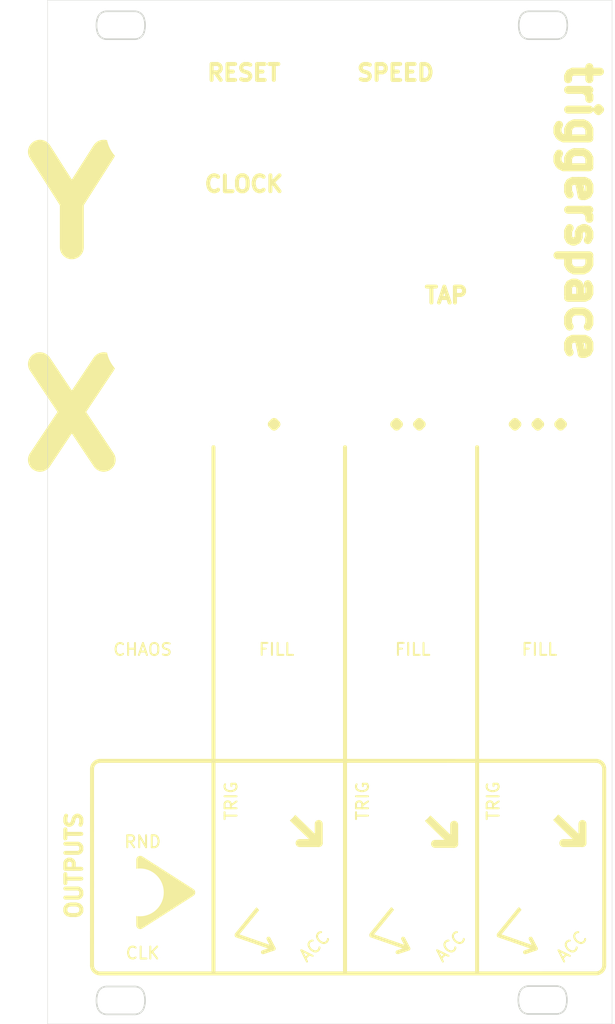
<source format=kicad_pcb>
(kicad_pcb (version 20211014) (generator pcbnew)
  (layers (0 "F.Cu" signal) (31 "B.Cu" signal) (34 "B.Paste" user) (35 "F.Paste" user) (36 "B.SilkS" user "B.Silkscreen") (37 "F.SilkS" user "F.Silkscreen") (38 "B.Mask" user) (39 "F.Mask" user) (44 "Edge.Cuts" user))
  (net 0 "")
  (footprint "MountingHole:MountingHole_6mm" (layer "F.Cu") (at 207.16 135.89)
    (fp_text reference "H1" hide)
    (fp_text value "MountingHole")
    (pad "" np_thru_hole circle locked (at 0 0) (size 6 6) (drill 6) (layers *.Cu *.Mask))
  )
  (footprint "MountingHole:MountingHole_6mm" (layer "F.Cu") (at 240.13 124.46)
    (fp_text reference "H3" hide)
    (fp_text value "MountingHole")
    (pad "" np_thru_hole circle locked (at 0 0) (size 6 6) (drill 6) (layers *.Cu *.Mask))
  )
  (footprint "MountingHole:MountingHole_6mm" (layer "F.Cu") (at 190.15 124.46)
    (fp_text reference "H4" hide)
    (fp_text value "MountingHole")
    (pad "" np_thru_hole circle locked (at 0 0) (size 6 6) (drill 6) (layers *.Cu *.Mask))
  )
  (footprint "MountingHole:MountingHole_6mm" (layer "F.Cu") (at 224.17 124.46)
    (fp_text reference "H5" hide)
    (fp_text value "MountingHole")
    (pad "" np_thru_hole circle locked (at 0 0) (size 6 6) (drill 6) (layers *.Cu *.Mask))
  )
  (footprint "MountingHole:MountingHole_6mm" (layer "F.Cu") (at 224.12 135.89)
    (fp_text reference "H6" hide)
    (fp_text value "MountingHole")
    (pad "" np_thru_hole circle locked (at 0 0) (size 6 6) (drill 6) (layers *.Cu *.Mask))
  )
  (footprint "MountingHole:MountingHole_6mm" (layer "F.Cu") (at 240.13 135.89)
    (fp_text reference "H7" hide)
    (fp_text value "MountingHole")
    (pad "" np_thru_hole circle locked (at 0 0) (size 6 6) (drill 6) (layers *.Cu *.Mask))
  )
  (footprint "MountingHole:MountingHole_6mm" (layer "F.Cu") (at 190.15 135.89)
    (fp_text reference "H8" hide)
    (fp_text value "MountingHole")
    (pad "" np_thru_hole circle locked (at 0 0) (size 6 6) (drill 6) (layers *.Cu *.Mask))
  )
  (footprint "MountingHole:MountingHole_6mm" (layer "F.Cu") (at 190.15 55.88)
    (fp_text reference "H9" hide)
    (fp_text value "MountingHole")
    (pad "" np_thru_hole circle locked (at 0 0) (size 6 6) (drill 6) (layers *.Cu *.Mask))
  )
  (footprint "MountingHole:MountingHole_6mm" (layer "F.Cu") (at 207.16 40.64)
    (fp_text reference "H10" hide)
    (fp_text value "MountingHole")
    (pad "" np_thru_hole circle locked (at 0 0) (size 6 6) (drill 6) (layers *.Cu *.Mask))
  )
  (footprint "MountingHole:MountingHole_6mm" (layer "F.Cu") (at 224.17 113.03)
    (fp_text reference "H11" hide)
    (fp_text value "MountingHole")
    (pad "" np_thru_hole circle locked (at 0 0) (size 6 6) (drill 6) (layers *.Cu *.Mask))
  )
  (footprint "MountingHole:MountingHole_6mm" (layer "F.Cu") (at 207.16 53.34)
    (fp_text reference "H12" hide)
    (fp_text value "MountingHole")
    (pad "" np_thru_hole circle locked (at 0 0) (size 6 6) (drill 6) (layers *.Cu *.Mask))
  )
  (footprint "MountingHole:MountingHole_6mm" (layer "F.Cu") (at 207.16 113.03)
    (fp_text reference "H13" hide)
    (fp_text value "MountingHole")
    (pad "" np_thru_hole circle locked (at 0 0) (size 6 6) (drill 6) (layers *.Cu *.Mask))
  )
  (footprint "MountingHole:MountingHole_6mm" (layer "F.Cu") (at 190.15 82.55)
    (fp_text reference "H14" hide)
    (fp_text value "MountingHole")
    (pad "" np_thru_hole circle locked (at 0 0) (size 6 6) (drill 6) (layers *.Cu *.Mask))
  )
  (footprint "MountingHole:MountingHole_6mm" (layer "F.Cu") (at 190.15 113.03)
    (fp_text reference "H15" hide)
    (fp_text value "MountingHole")
    (pad "" np_thru_hole circle locked (at 0 0) (size 6 6) (drill 6) (layers *.Cu *.Mask))
  )
  (footprint "MountingHole:MountingHole_6mm" (layer "F.Cu") (at 240.13 113.03)
    (fp_text reference "H16" hide)
    (fp_text value "MountingHole")
    (pad "" np_thru_hole circle locked (at 0 0) (size 6 6) (drill 6) (layers *.Cu *.Mask))
  )
  (footprint "MountingHole:MountingHole_6mm" (layer "F.Cu") (at 221.73 65.74)
    (fp_text reference "H17" hide)
    (fp_text value "MountingHole")
    (pad "" np_thru_hole circle locked (at 0 0) (size 6 6) (drill 6) (layers *.Cu *.Mask))
  )
  (footprint "MountingHole:MountingHole_3mm" (layer "F.Cu") (at 207.01 84.99)
    (fp_text reference "H18" hide)
    (fp_text value "MountingHole")
    (pad "" np_thru_hole circle locked (at 0 0) (size 3 3) (drill 3) (layers *.Cu *.Mask))
  )
  (footprint "MountingHole:MountingHole_3mm" (layer "F.Cu") (at 240.03 84.99)
    (fp_text reference "H19" hide)
    (fp_text value "MountingHole")
    (pad "" np_thru_hole circle locked (at 0 0) (size 3 3) (drill 3) (layers *.Cu *.Mask))
  )
  (footprint "MountingHole:MountingHole_3mm" (layer "F.Cu") (at 223.72 84.99)
    (fp_text reference "H20" hide)
    (fp_text value "MountingHole")
    (pad "" np_thru_hole circle locked (at 0 0) (size 3 3) (drill 3) (layers *.Cu *.Mask))
  )
  (footprint "MountingHole:MountingHole_3mm" (layer "F.Cu") (at 219.71 54.61)
    (fp_text reference "H21" hide)
    (fp_text value "MountingHole")
    (pad "" np_thru_hole circle locked (at 0 0) (size 3 3) (drill 3) (layers *.Cu *.Mask))
  )
  (footprint "MountingHole:MountingHole_8.4mm_M8" (layer "F.Cu") (at 190.15 40.64)
    (fp_text reference "H22" (at -0.031 1.2954) (layer "F.SilkS"))
    (fp_text value "MountingHole")
    (pad "" np_thru_hole circle locked (at 0 0) (size 8.4 8.4) (drill 8.4) (layers *.Cu *.Mask))
  )
  (footprint "MountingHole:MountingHole_8.4mm_M8" (layer "F.Cu") (at 207.11 97.79)
    (fp_text reference "H23" (at -0.227 -1.016) (layer "F.SilkS"))
    (fp_text value "MountingHole")
    (pad "" np_thru_hole circle locked (at 0 0) (size 8.4 8.4) (drill 8.4) (layers *.Cu *.Mask))
  )
  (footprint "MountingHole:MountingHole_8.4mm_M8" (layer "F.Cu") (at 190.15 97.79)
    (fp_text reference "H24" (at 1.1628 0.127) (layer "F.SilkS"))
    (fp_text value "MountingHole")
    (pad "" np_thru_hole circle locked (at 0 0) (size 8.4 8.4) (drill 8.4) (layers *.Cu *.Mask))
  )
  (footprint "MountingHole:MountingHole_8.4mm_M8" (layer "F.Cu") (at 190.15 67.31)
    (fp_text reference "H25" (at 0 -9.4) (layer "F.SilkS"))
    (fp_text value "MountingHole")
    (pad "" np_thru_hole circle locked (at 0 0) (size 8.4 8.4) (drill 8.4) (layers *.Cu *.Mask))
  )
  (footprint "MountingHole:MountingHole_8.4mm_M8" (layer "F.Cu") (at 224.14 97.79)
    (fp_text reference "H26" (at 0.3198 0.2794) (layer "F.SilkS"))
    (fp_text value "MountingHole")
    (pad "" np_thru_hole circle locked (at 0 0) (size 8.4 8.4) (drill 8.4) (layers *.Cu *.Mask))
  )
  (footprint "MountingHole:MountingHole_8.4mm_M8" (layer "F.Cu") (at 240.13 97.79)
    (fp_text reference "H27" (at 0.662 1.5748) (layer "F.SilkS"))
    (fp_text value "MountingHole")
    (pad "" np_thru_hole circle locked (at 0 0) (size 8.4 8.4) (drill 8.4) (layers *.Cu *.Mask))
  )
  (footprint "MountingHole:MountingHole_8.4mm_M8" (layer "F.Cu") (at 224.49 40.64)
    (fp_text reference "H28" (at 0.3762 0.8382) (layer "F.SilkS"))
    (fp_text value "MountingHole")
    (pad "" np_thru_hole circle locked (at 0 0) (size 8.4 8.4) (drill 8.4) (layers *.Cu *.Mask))
  )
  (footprint "MountingHole:MountingHole_6mm" (layer "F.Cu") (at 207.16 124.46)
    (fp_text reference "H2" hide)
    (fp_text value "MountingHole")
    (pad "" np_thru_hole circle locked (at 0 0) (size 6 6) (drill 6) (layers *.Cu *.Mask))
  )
  (gr_line (start 248.433172 120.384857) (end 248.433362 145.004399) (layer "F.SilkS") (width 0.5))
  (gr_line (start 215.9 80.01) (end 215.9 145.87) (layer "F.SilkS") (width 0.5))
  (gr_line (start 232.48 80.01) (end 232.48 145.87) (layer "F.SilkS") (width 0.5))
  (gr_line (start 199.39 80.01) (end 199.39 145.87) (layer "F.SilkS") (width 0.5))
  (gr_line (start 229.6 129.8) (end 227.2 129.8) (layer "F.SilkS") (width 1))
  (gr_arc (start 248.433362 145.004399) (mid 248.15013 145.740125) (end 247.428506 146.057571) (layer "F.SilkS") (width 0.5))
  (gr_line (start 223.85 142.95) (end 223.2 141.7) (layer "F.SilkS") (width 0.5))
  (gr_line (start 247.38 119.38) (end 185.151492 119.382428) (layer "F.SilkS") (width 0.5))
  (gr_line (start 235.2 141.2) (end 237.8 138) (layer "F.SilkS") (width 0.5))
  (gr_poly (pts (xy 190.2 140) (xy 196.6 135.9) (xy 190.2 131.8)) (layer "F.SilkS") (width 1) (fill solid))
  (gr_line (start 229.6 129.8) (end 226.4 126.7) (layer "F.SilkS") (width 1))
  (gr_line (start 245.7 129.7) (end 245.7 127.3) (layer "F.SilkS") (width 1))
  (gr_line (start 202.3 141.2) (end 204.9 138) (layer "F.SilkS") (width 0.5))
  (gr_line (start 206.9 142.9) (end 202.3 141.3) (layer "F.SilkS") (width 0.5))
  (gr_line (start 212.6 129.7) (end 209.4 126.6) (layer "F.SilkS") (width 1))
  (gr_line (start 245.7 129.7) (end 242.5 126.6) (layer "F.SilkS") (width 1))
  (gr_line (start 219.2 141.2) (end 221.8 138) (layer "F.SilkS") (width 0.5))
  (gr_line (start 223.8 142.9) (end 219.2 141.3) (layer "F.SilkS") (width 0.5))
  (gr_arc (start 185.195601 146.063362) (mid 184.459875 145.780131) (end 184.142429 145.058507) (layer "F.SilkS") (width 0.5))
  (gr_line (start 239.85 142.95) (end 239.2 141.7) (layer "F.SilkS") (width 0.5))
  (gr_line (start 212.6 129.7) (end 210.2 129.7) (layer "F.SilkS") (width 1))
  (gr_line (start 184.146637 120.4356) (end 184.142429 145.058507) (layer "F.SilkS") (width 0.5))
  (gr_line (start 185.195601 146.063362) (end 247.428506 146.057571) (layer "F.SilkS") (width 0.5))
  (gr_line (start 206.95 142.95) (end 205.6 143.4) (layer "F.SilkS") (width 0.5))
  (gr_line (start 229.6 129.8) (end 229.6 127.4) (layer "F.SilkS") (width 1))
  (gr_line (start 245.7 129.7) (end 243.3 129.7) (layer "F.SilkS") (width 1))
  (gr_line (start 206.95 142.95) (end 206.3 141.7) (layer "F.SilkS") (width 0.5))
  (gr_arc (start 247.38 119.38) (mid 248.115727 119.663232) (end 248.433172 120.384857) (layer "F.SilkS") (width 0.5))
  (gr_line (start 239.85 142.95) (end 238.5 143.4) (layer "F.SilkS") (width 0.5))
  (gr_arc (start 184.146637 120.4356) (mid 184.429868 119.699874) (end 185.151492 119.382428) (layer "F.SilkS") (width 0.5))
  (gr_line (start 239.8 142.9) (end 235.2 141.3) (layer "F.SilkS") (width 0.5))
  (gr_line (start 212.6 129.7) (end 212.6 127.3) (layer "F.SilkS") (width 1))
  (gr_line (start 223.85 142.95) (end 222.5 143.4) (layer "F.SilkS") (width 0.5))
  (gr_line (start 178.57 23.91) (end 249.42 23.91) (layer "Edge.Cuts") (width 0.05))
  (gr_line (start 178.57 152.4) (end 249.42 152.4) (layer "Edge.Cuts") (width 0.05))
  (gr_arc (start 237.789602 150.309999) (mid 237.65162 149.403) (end 237.789602 148.496001) (layer "Edge.Cuts") (width 0.2))
  (gr_arc (start 242.467596 147.653) (mid 243.178992 147.886361) (end 243.613596 148.496) (layer "Edge.Cuts") (width 0.2))
  (gr_line (start 242.467599 147.653) (end 238.9356 147.653) (layer "Edge.Cuts") (width 0.2))
  (gr_arc (start 237.789604 148.496001) (mid 238.224208 147.886362) (end 238.935603 147.653001) (layer "Edge.Cuts") (width 0.2))
  (gr_arc (start 243.613598 148.496002) (mid 243.75158 149.403001) (end 243.613597 150.31) (layer "Edge.Cuts") (width 0.2))
  (gr_arc (start 238.935605 151.153001) (mid 238.224208 150.919641) (end 237.789603 150.310001) (layer "Edge.Cuts") (width 0.2))
  (gr_line (start 238.9356 151.153) (end 242.467599 151.153) (layer "Edge.Cuts") (width 0.2))
  (gr_arc (start 243.613596 150.31) (mid 243.178992 150.919639) (end 242.467596 151.153) (layer "Edge.Cuts") (width 0.2))
  (gr_arc (start 243.664398 26.146802) (mid 243.80238 27.053801) (end 243.664397 27.9608) (layer "Edge.Cuts") (width 0.2))
  (gr_line (start 242.518399 25.3038) (end 238.9864 25.3038) (layer "Edge.Cuts") (width 0.2))
  (gr_arc (start 238.986405 28.803801) (mid 238.275008 28.570441) (end 237.840403 27.960801) (layer "Edge.Cuts") (width 0.2))
  (gr_arc (start 237.840402 27.960799) (mid 237.70242 27.0538) (end 237.840402 26.146801) (layer "Edge.Cuts") (width 0.2))
  (gr_line (start 238.9864 28.8038) (end 242.518399 28.8038) (layer "Edge.Cuts") (width 0.2))
  (gr_arc (start 242.518396 25.3038) (mid 243.229792 25.537161) (end 243.664396 26.1468) (layer "Edge.Cuts") (width 0.2))
  (gr_arc (start 237.840404 26.146801) (mid 238.275008 25.537162) (end 238.986403 25.303801) (layer "Edge.Cuts") (width 0.2))
  (gr_arc (start 243.664396 27.9608) (mid 243.229792 28.570439) (end 242.518396 28.8038) (layer "Edge.Cuts") (width 0.2))
  (gr_arc (start 184.840402 27.960799) (mid 184.70242 27.0538) (end 184.840402 26.146801) (layer "Edge.Cuts") (width 0.2))
  (gr_arc (start 190.664396 27.9608) (mid 190.229792 28.570439) (end 189.518396 28.8038) (layer "Edge.Cuts") (width 0.2))
  (gr_arc (start 184.840404 26.146801) (mid 185.275008 25.537162) (end 185.986403 25.303801) (layer "Edge.Cuts") (width 0.2))
  (gr_arc (start 189.518396 25.3038) (mid 190.229792 25.537161) (end 190.664396 26.1468) (layer "Edge.Cuts") (width 0.2))
  (gr_arc (start 190.664398 148.546802) (mid 190.80238 149.453801) (end 190.664397 150.3608) (layer "Edge.Cuts") (width 0.2))
  (gr_line (start 189.518399 25.3038) (end 185.9864 25.3038) (layer "Edge.Cuts") (width 0.2))
  (gr_arc (start 190.664398 26.146802) (mid 190.80238 27.053801) (end 190.664397 27.9608) (layer "Edge.Cuts") (width 0.2))
  (gr_arc (start 185.986405 28.803801) (mid 185.275008 28.570441) (end 184.840403 27.960801) (layer "Edge.Cuts") (width 0.2))
  (gr_line (start 249.42 152.4) (end 249.42 23.91) (layer "Edge.Cuts") (width 0.05))
  (gr_line (start 189.518399 147.7038) (end 185.9864 147.7038) (layer "Edge.Cuts") (width 0.2))
  (gr_arc (start 189.518396 147.7038) (mid 190.229792 147.937161) (end 190.664396 148.5468) (layer "Edge.Cuts") (width 0.2))
  (gr_arc (start 184.840402 150.360799) (mid 184.70242 149.4538) (end 184.840402 148.546801) (layer "Edge.Cuts") (width 0.2))
  (gr_line (start 185.9864 28.8038) (end 189.518399 28.8038) (layer "Edge.Cuts") (width 0.2))
  (gr_arc (start 190.664396 150.3608) (mid 190.229792 150.970439) (end 189.518396 151.2038) (layer "Edge.Cuts") (width 0.2))
  (gr_arc (start 184.840404 148.546801) (mid 185.275008 147.937162) (end 185.986403 147.703801) (layer "Edge.Cuts") (width 0.2))
  (gr_line (start 185.9864 151.2038) (end 189.518399 151.2038) (layer "Edge.Cuts") (width 0.2))
  (gr_arc (start 185.986405 151.203801) (mid 185.275008 150.970441) (end 184.840403 150.360801) (layer "Edge.Cuts") (width 0.2))
  (gr_line (start 178.57 152.4) (end 178.57 23.91) (layer "Edge.Cuts") (width 0.05))
  (gr_text "RND" (at 190.5 129.54) (layer "F.SilkS") (effects (font (size 1.5 1.5) (thickness 0.25))))
  (gr_text "CLK" (at 190.5 143.51) (layer "F.SilkS") (effects (font (size 1.5 1.5) (thickness 0.25))))
  (gr_text "CHAOS" (at 190.5 105.41) (layer "F.SilkS") (effects (font (size 1.5 1.5) (thickness 0.25))))
  (gr_text "FILL" (at 207.3 105.4) (layer "F.SilkS") (effects (font (size 1.5 1.5) (thickness 0.25))))
  (gr_text "Y" (at 181.61 49.53) (layer "F.SilkS") (effects (font (size 12 12) (thickness 3))))
  (gr_text "RESET" (at 203.2 33.02) (layer "F.SilkS") (effects (font (size 2 2) (thickness 0.5))))
  (gr_text "CLOCK" (at 203.2 46.99) (layer "F.SilkS") (effects (font (size 2 2) (thickness 0.5))))
  (gr_text "SPEED" (at 222.25 33.02) (layer "F.SilkS") (effects (font (size 2 2) (thickness 0.5))))
  (gr_text "TAP" (at 228.6 60.96) (layer "F.SilkS") (effects (font (size 2 2) (thickness 0.5))))
  (gr_text "OUTPUTS" (at 181.9 132.5 90) (layer "F.SilkS") (effects (font (size 2 2) (thickness 0.5))))
  (gr_text "FILL" (at 224.4 105.4) (layer "F.SilkS") (effects (font (size 1.5 1.5) (thickness 0.25))))
  (gr_text "TRIG" (at 218.1 124.4 90) (layer "F.SilkS") (effects (font (size 1.5 1.5) (thickness 0.25))))
  (gr_text "FILL" (at 240.3 105.4) (layer "F.SilkS") (effects (font (size 1.5 1.5) (thickness 0.25))))
  (gr_text "triggerspace" (at 245.7 50.5 -90) (layer "F.SilkS") (effects (font (size 4 4) (thickness 1))))
  (gr_text "TRIG" (at 201.6 124.4 90) (layer "F.SilkS") (effects (font (size 1.5 1.5) (thickness 0.25))))
  (gr_text "TRIG" (at 234.5 124.4 90) (layer "F.SilkS") (effects (font (size 1.5 1.5) (thickness 0.25))))
  (gr_text "..." (at 240.1 74.7) (layer "F.SilkS") (effects (font (size 6 6) (thickness 1))))
  (gr_text "ACC" (at 212.06 142.67 45) (layer "F.SilkS") (effects (font (size 1.5 1.5) (thickness 0.25))))
  (gr_text "ACC" (at 229.11 142.67 45) (layer "F.SilkS") (effects (font (size 1.5 1.5) (thickness 0.25))))
  (gr_text "ACC" (at 244.34 142.67 45) (layer "F.SilkS") (effects (font (size 1.5 1.5) (thickness 0.25))))
  (gr_text "." (at 207 74.7) (layer "F.SilkS") (effects (font (size 6 6) (thickness 1))))
  (gr_text ".." (at 223.8 74.7) (layer "F.SilkS") (effects (font (size 6 6) (thickness 1))))
  (gr_text "X" (at 181.61 76.2) (layer "F.SilkS") (effects (font (size 12 12) (thickness 3))))
)
</source>
